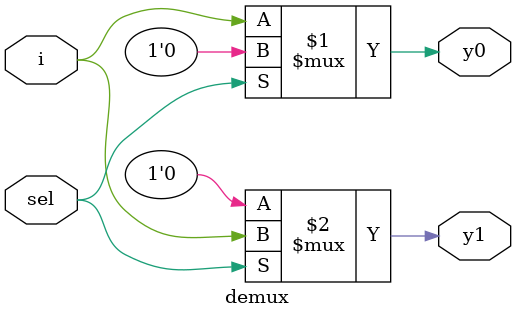
<source format=v>
module demux(
    input  sel,   // opcode[0]
    input  i,     // enable (set to 1)
    output y0, y1 // y0 = AND enable, y1 = OR enable
);
    assign y0 = (sel) ? 1'b0 : i;
    assign y1 = (sel) ? i    : 1'b0;
endmodule

</source>
